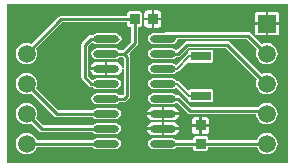
<source format=gbr>
G04 Layer_Physical_Order=1*
G04 Layer_Color=255*
%FSLAX26Y26*%
%MOIN*%
%TF.FileFunction,Copper,L1,Top,Signal*%
%TF.Part,Single*%
G01*
G75*
%TA.AperFunction,SMDPad,CuDef*%
%ADD10R,0.035433X0.037402*%
%ADD11O,0.086614X0.023622*%
%ADD12R,0.037402X0.035433*%
%ADD13R,0.070866X0.029528*%
%TA.AperFunction,Conductor*%
%ADD14C,0.010000*%
%ADD15C,0.008000*%
%TA.AperFunction,ComponentPad*%
%ADD16R,0.059055X0.059055*%
%ADD17C,0.059055*%
G36*
X938000Y0D02*
X0D01*
Y530000D01*
X938000D01*
Y0D01*
D02*
G37*
%LPC*%
G36*
X641063Y153424D02*
X626299D01*
X622397Y152648D01*
X619090Y150438D01*
X616879Y147130D01*
X616103Y143228D01*
Y129449D01*
X641063D01*
Y153424D01*
D02*
G37*
G36*
X663701D02*
X648937D01*
Y129449D01*
X673897D01*
Y143228D01*
X673121Y147130D01*
X670910Y150438D01*
X667603Y152648D01*
X663701Y153424D01*
D02*
G37*
G36*
X550984Y137238D02*
X523425D01*
Y118937D01*
X572439D01*
X571530Y123510D01*
X566709Y130725D01*
X559495Y135546D01*
X550984Y137238D01*
D02*
G37*
G36*
Y233064D02*
X487992D01*
X481079Y231689D01*
X475219Y227773D01*
X471303Y221913D01*
X469928Y215000D01*
X471303Y208087D01*
X475219Y202227D01*
X481079Y198311D01*
X487992Y196936D01*
X550984D01*
X557897Y198311D01*
X563757Y202227D01*
X568680Y200595D01*
X602137Y167138D01*
X602138Y167137D01*
X605745Y164727D01*
X610000Y163881D01*
X830409D01*
X831479Y155750D01*
X835049Y147131D01*
X840729Y139729D01*
X848131Y134049D01*
X856750Y130479D01*
X866000Y129261D01*
X875250Y130479D01*
X883869Y134049D01*
X891271Y139729D01*
X896951Y147131D01*
X900521Y155750D01*
X901739Y165000D01*
X900521Y174250D01*
X896951Y182869D01*
X891271Y190271D01*
X883869Y195951D01*
X875250Y199521D01*
X866000Y200739D01*
X856750Y199521D01*
X848131Y195951D01*
X840729Y190271D01*
X837543Y186119D01*
X614606D01*
X577862Y222863D01*
X574255Y225273D01*
X570000Y226119D01*
X570000Y226119D01*
X564862D01*
X563757Y227773D01*
X557897Y231689D01*
X550984Y233064D01*
D02*
G37*
G36*
X65000Y300739D02*
X55750Y299521D01*
X47131Y295951D01*
X39729Y290271D01*
X34049Y282869D01*
X30479Y274250D01*
X29261Y265000D01*
X30479Y255750D01*
X34049Y247131D01*
X39729Y239729D01*
X47131Y234049D01*
X55750Y230479D01*
X65000Y229261D01*
X74250Y230479D01*
X81000Y233275D01*
X157137Y157138D01*
X157137Y157137D01*
X160745Y154727D01*
X165000Y153881D01*
X165000Y153881D01*
X285138D01*
X286243Y152227D01*
X292103Y148311D01*
X299016Y146936D01*
X362008D01*
X368921Y148311D01*
X374781Y152227D01*
X378697Y158087D01*
X380072Y165000D01*
X378697Y171913D01*
X374781Y177773D01*
X368921Y181689D01*
X362008Y183064D01*
X299016D01*
X292103Y181689D01*
X286243Y177773D01*
X285138Y176119D01*
X169606D01*
X96725Y249000D01*
X99521Y255750D01*
X100739Y265000D01*
X99521Y274250D01*
X95951Y282869D01*
X90271Y290271D01*
X82869Y295951D01*
X74250Y299521D01*
X65000Y300739D01*
D02*
G37*
G36*
X515551Y187238D02*
X487992D01*
X479482Y185546D01*
X472267Y180725D01*
X467447Y173510D01*
X466537Y168937D01*
X515551D01*
Y187238D01*
D02*
G37*
G36*
Y161063D02*
X466537D01*
X467447Y156490D01*
X472267Y149275D01*
X479482Y144454D01*
X487992Y142762D01*
X515551D01*
Y161063D01*
D02*
G37*
G36*
X572439D02*
X523425D01*
Y142762D01*
X550984D01*
X559495Y144454D01*
X566709Y149275D01*
X571530Y156490D01*
X572439Y161063D01*
D02*
G37*
G36*
X515551Y111063D02*
X466537D01*
X467447Y106490D01*
X472267Y99275D01*
X479482Y94454D01*
X487992Y92762D01*
X515551D01*
Y111063D01*
D02*
G37*
G36*
X572439D02*
X523425D01*
Y92762D01*
X550984D01*
X559495Y94454D01*
X566709Y99275D01*
X571530Y106490D01*
X572439Y111063D01*
D02*
G37*
G36*
X65000Y100739D02*
X55750Y99521D01*
X47131Y95951D01*
X39729Y90271D01*
X34049Y82869D01*
X30479Y74250D01*
X29261Y65000D01*
X30479Y55750D01*
X34049Y47131D01*
X39729Y39729D01*
X47131Y34049D01*
X55750Y30479D01*
X65000Y29261D01*
X74250Y30479D01*
X82869Y34049D01*
X90271Y39729D01*
X95951Y47131D01*
X98747Y53881D01*
X285138D01*
X286243Y52227D01*
X292103Y48311D01*
X299016Y46936D01*
X362008D01*
X368921Y48311D01*
X374781Y52227D01*
X378697Y58087D01*
X380072Y65000D01*
X378697Y71913D01*
X374781Y77773D01*
X368921Y81689D01*
X362008Y83064D01*
X299016D01*
X292103Y81689D01*
X286243Y77773D01*
X285138Y76119D01*
X98747D01*
X95951Y82869D01*
X90271Y90271D01*
X82869Y95951D01*
X74250Y99521D01*
X65000Y100739D01*
D02*
G37*
G36*
X866000D02*
X856750Y99521D01*
X848131Y95951D01*
X840729Y90271D01*
X835049Y82869D01*
X832041Y75607D01*
X670093D01*
Y82205D01*
X668221Y86725D01*
X663701Y88597D01*
X626299D01*
X621779Y86725D01*
X619907Y82205D01*
Y76119D01*
X564862D01*
X563757Y77773D01*
X557897Y81689D01*
X550984Y83064D01*
X487992D01*
X481079Y81689D01*
X475219Y77773D01*
X471303Y71913D01*
X469928Y65000D01*
X471303Y58087D01*
X475219Y52227D01*
X481079Y48311D01*
X487992Y46936D01*
X550984D01*
X557897Y48311D01*
X563757Y52227D01*
X564862Y53881D01*
X619907D01*
Y46772D01*
X621779Y42252D01*
X626299Y40380D01*
X663701D01*
X668221Y42252D01*
X670093Y46772D01*
Y53369D01*
X832465D01*
X835049Y47131D01*
X840729Y39729D01*
X848131Y34049D01*
X856750Y30479D01*
X866000Y29261D01*
X875250Y30479D01*
X883869Y34049D01*
X891271Y39729D01*
X896951Y47131D01*
X900521Y55750D01*
X901739Y65000D01*
X900521Y74250D01*
X896951Y82869D01*
X891271Y90271D01*
X883869Y95951D01*
X875250Y99521D01*
X866000Y100739D01*
D02*
G37*
G36*
X673897Y121575D02*
X648937D01*
Y97599D01*
X663701D01*
X667603Y98376D01*
X670910Y100586D01*
X673121Y103894D01*
X673897Y107795D01*
Y121575D01*
D02*
G37*
G36*
X515551Y137238D02*
X487992D01*
X479482Y135546D01*
X472267Y130725D01*
X467447Y123510D01*
X466537Y118937D01*
X515551D01*
Y137238D01*
D02*
G37*
G36*
X65000Y200739D02*
X55750Y199521D01*
X47131Y195951D01*
X39729Y190271D01*
X34049Y182869D01*
X30479Y174250D01*
X29261Y165000D01*
X30479Y155750D01*
X34049Y147131D01*
X39729Y139729D01*
X47131Y134049D01*
X55750Y130479D01*
X65000Y129261D01*
X74250Y130479D01*
X81000Y133275D01*
X107137Y107138D01*
X107138Y107138D01*
X110745Y104727D01*
X115000Y103881D01*
X115001Y103881D01*
X285138D01*
X286243Y102227D01*
X292103Y98311D01*
X299016Y96936D01*
X362008D01*
X368921Y98311D01*
X374781Y102227D01*
X378697Y108087D01*
X380072Y115000D01*
X378697Y121913D01*
X374781Y127773D01*
X368921Y131689D01*
X362008Y133064D01*
X299016D01*
X292103Y131689D01*
X286243Y127773D01*
X285138Y126119D01*
X119606D01*
X96725Y149000D01*
X99521Y155750D01*
X100739Y165000D01*
X99521Y174250D01*
X95951Y182869D01*
X90271Y190271D01*
X82869Y195951D01*
X74250Y199521D01*
X65000Y200739D01*
D02*
G37*
G36*
X641063Y121575D02*
X616103D01*
Y107795D01*
X616879Y103894D01*
X619090Y100586D01*
X622397Y98376D01*
X626299Y97599D01*
X641063D01*
Y121575D01*
D02*
G37*
G36*
X513936Y476063D02*
X489961D01*
Y451103D01*
X503740D01*
X507642Y451879D01*
X510950Y454090D01*
X513160Y457397D01*
X513936Y461299D01*
Y476063D01*
D02*
G37*
G36*
X862063Y504723D02*
X836472D01*
X832571Y503947D01*
X829263Y501737D01*
X827053Y498429D01*
X826277Y494527D01*
Y468937D01*
X862063D01*
Y504723D01*
D02*
G37*
G36*
X362008Y433064D02*
X299016D01*
X292103Y431689D01*
X286243Y427773D01*
X285138Y426119D01*
X279183D01*
X279183Y426119D01*
X274928Y425273D01*
X271320Y422863D01*
X271320Y422862D01*
X251018Y402560D01*
X248608Y398953D01*
X247762Y394698D01*
X247762Y394697D01*
Y286845D01*
X247762Y286844D01*
X248608Y282589D01*
X251018Y278982D01*
X272862Y257138D01*
X272863Y257137D01*
X276470Y254727D01*
X280725Y253881D01*
X280726Y253881D01*
X285138D01*
X286243Y252227D01*
X292103Y248311D01*
X299016Y246936D01*
X362008D01*
X368921Y248311D01*
X374781Y252227D01*
X378697Y258087D01*
X380072Y265000D01*
X378697Y271913D01*
X374781Y277773D01*
X368921Y281689D01*
X362008Y283064D01*
X299016D01*
X292103Y281689D01*
X286243Y277773D01*
X283907Y277543D01*
X270000Y291450D01*
Y390092D01*
X280993Y401085D01*
X286243Y402227D01*
X292103Y398311D01*
X299016Y396936D01*
X362008D01*
X368921Y398311D01*
X374781Y402227D01*
X377810Y406760D01*
X378374Y407137D01*
X380785Y410745D01*
X381631Y415000D01*
X380785Y419255D01*
X378374Y422863D01*
X377810Y423240D01*
X374781Y427773D01*
X368921Y431689D01*
X362008Y433064D01*
D02*
G37*
G36*
X482087Y476063D02*
X458111D01*
Y461299D01*
X458887Y457397D01*
X461098Y454090D01*
X464405Y451879D01*
X468307Y451103D01*
X482087D01*
Y476063D01*
D02*
G37*
G36*
X503740Y508897D02*
X489961D01*
Y483937D01*
X513936D01*
Y498701D01*
X513160Y502603D01*
X510950Y505910D01*
X507642Y508121D01*
X503740Y508897D01*
D02*
G37*
G36*
X442716Y505093D02*
X407284D01*
X402764Y503221D01*
X400891Y498701D01*
Y491119D01*
X180000D01*
X180000Y491119D01*
X175745Y490273D01*
X172137Y487863D01*
X172137Y487862D01*
X81000Y396725D01*
X74250Y399521D01*
X65000Y400739D01*
X55750Y399521D01*
X47131Y395951D01*
X39729Y390271D01*
X34049Y382869D01*
X30479Y374250D01*
X29261Y365000D01*
X30479Y355750D01*
X34049Y347131D01*
X39729Y339729D01*
X47131Y334049D01*
X55750Y330479D01*
X65000Y329261D01*
X74250Y330479D01*
X82869Y334049D01*
X90271Y339729D01*
X95951Y347131D01*
X99521Y355750D01*
X100739Y365000D01*
X99521Y374250D01*
X96725Y381000D01*
X184606Y468881D01*
X400891D01*
Y461299D01*
X402764Y456779D01*
X407284Y454907D01*
X413881D01*
Y404606D01*
X385394Y376119D01*
X375886D01*
X374781Y377773D01*
X368921Y381689D01*
X362008Y383064D01*
X299016D01*
X292103Y381689D01*
X286243Y377773D01*
X282327Y371913D01*
X280952Y365000D01*
X282327Y358087D01*
X286243Y352227D01*
X292103Y348311D01*
X299016Y346936D01*
X362008D01*
X368921Y348311D01*
X374781Y352227D01*
X375886Y353881D01*
X385394D01*
X388881Y350394D01*
Y317330D01*
X383881Y316837D01*
X383664Y317925D01*
X382553Y323510D01*
X377733Y330725D01*
X370518Y335546D01*
X362008Y337238D01*
X334449D01*
Y315000D01*
Y292762D01*
X362008D01*
X370518Y294454D01*
X377733Y299275D01*
X382553Y306490D01*
X383664Y312075D01*
X383881Y313163D01*
X388881Y312670D01*
Y229606D01*
X385394Y226119D01*
X375886D01*
X374781Y227773D01*
X368921Y231689D01*
X362008Y233064D01*
X299016D01*
X292103Y231689D01*
X286243Y227773D01*
X282327Y221913D01*
X280952Y215000D01*
X282327Y208087D01*
X286243Y202227D01*
X292103Y198311D01*
X299016Y196936D01*
X362008D01*
X368921Y198311D01*
X374781Y202227D01*
X375886Y203881D01*
X390000D01*
X390000Y203881D01*
X394255Y204727D01*
X397863Y207137D01*
X407862Y217137D01*
X407863Y217137D01*
X410273Y220745D01*
X411119Y225000D01*
Y355000D01*
X410273Y359255D01*
X407863Y362862D01*
X408225Y367500D01*
X432862Y392137D01*
X432863Y392137D01*
X435273Y395745D01*
X436119Y400000D01*
X436119Y400000D01*
Y454907D01*
X442716D01*
X447236Y456779D01*
X449109Y461299D01*
Y498701D01*
X447236Y503221D01*
X442716Y505093D01*
D02*
G37*
G36*
X895528Y504723D02*
X869937D01*
Y468937D01*
X905723D01*
Y494527D01*
X904947Y498429D01*
X902737Y501737D01*
X899429Y503947D01*
X895528Y504723D01*
D02*
G37*
G36*
X482087Y508897D02*
X468307D01*
X464405Y508121D01*
X461098Y505910D01*
X458887Y502603D01*
X458111Y498701D01*
Y483937D01*
X482087D01*
Y508897D01*
D02*
G37*
G36*
X905723Y461063D02*
X869937D01*
Y425277D01*
X895528D01*
X899429Y426053D01*
X902737Y428263D01*
X904947Y431571D01*
X905723Y435473D01*
Y461063D01*
D02*
G37*
G36*
X734000Y406119D02*
X734000Y406119D01*
X600000D01*
X595745Y405273D01*
X592138Y402863D01*
X568680Y379405D01*
X563757Y377773D01*
X557897Y381689D01*
X550984Y383064D01*
X487992D01*
X481079Y381689D01*
X475219Y377773D01*
X471303Y371913D01*
X469928Y365000D01*
X471303Y358087D01*
X475219Y352227D01*
X481079Y348311D01*
X487992Y346936D01*
X550984D01*
X557897Y348311D01*
X563757Y352227D01*
X564862Y353881D01*
X570000D01*
X570000Y353881D01*
X574255Y354727D01*
X577862Y357137D01*
X604606Y383881D01*
X729394D01*
X833689Y279586D01*
X831479Y274250D01*
X830261Y265000D01*
X831479Y255750D01*
X835049Y247131D01*
X840729Y239729D01*
X848131Y234049D01*
X856750Y230479D01*
X866000Y229261D01*
X875250Y230479D01*
X883869Y234049D01*
X891271Y239729D01*
X896951Y247131D01*
X900521Y255750D01*
X901739Y265000D01*
X900521Y274250D01*
X896951Y282869D01*
X891271Y290271D01*
X883869Y295951D01*
X875250Y299521D01*
X866000Y300739D01*
X856750Y299521D01*
X848586Y296139D01*
X741862Y402863D01*
X738255Y405273D01*
X734000Y406119D01*
D02*
G37*
G36*
X326575Y311063D02*
X277560D01*
X278470Y306490D01*
X283291Y299275D01*
X290505Y294454D01*
X299016Y292762D01*
X326575D01*
Y311063D01*
D02*
G37*
G36*
X550984Y187238D02*
X523425D01*
Y168937D01*
X572439D01*
X571530Y173510D01*
X566709Y180725D01*
X559495Y185546D01*
X550984Y187238D01*
D02*
G37*
G36*
Y283064D02*
X487992D01*
X481079Y281689D01*
X475219Y277773D01*
X471303Y271913D01*
X469928Y265000D01*
X471303Y258087D01*
X475219Y252227D01*
X481079Y248311D01*
X487992Y246936D01*
X550984D01*
X557897Y248311D01*
X563597Y252120D01*
X598803Y216914D01*
X602080Y214724D01*
X603175Y214506D01*
Y209291D01*
X605047Y204771D01*
X609567Y202899D01*
X680433D01*
X684953Y204771D01*
X686825Y209291D01*
Y238819D01*
X684953Y243339D01*
X680433Y245211D01*
X609567D01*
X605047Y243339D01*
X601625Y242658D01*
X572141Y272142D01*
X568865Y274331D01*
X565627Y274975D01*
X563757Y277773D01*
X557897Y281689D01*
X550984Y283064D01*
D02*
G37*
G36*
X680433Y377101D02*
X609567D01*
X605047Y375229D01*
X603175Y370709D01*
Y365493D01*
X602080Y365276D01*
X598803Y363086D01*
X563597Y327880D01*
X557897Y331689D01*
X550984Y333064D01*
X487992D01*
X481079Y331689D01*
X475219Y327773D01*
X471303Y321913D01*
X469928Y315000D01*
X471303Y308087D01*
X475219Y302227D01*
X481079Y298311D01*
X487992Y296936D01*
X550984D01*
X557897Y298311D01*
X563757Y302227D01*
X565627Y305025D01*
X568865Y305669D01*
X572141Y307858D01*
X601625Y337342D01*
X605047Y336661D01*
X609567Y334789D01*
X680433D01*
X684953Y336661D01*
X686825Y341181D01*
Y370709D01*
X684953Y375229D01*
X680433Y377101D01*
D02*
G37*
G36*
X862063Y461063D02*
X826277D01*
Y435473D01*
X827053Y431571D01*
X829263Y428263D01*
X832571Y426053D01*
X836472Y425277D01*
X862063D01*
Y461063D01*
D02*
G37*
G36*
X326575Y337238D02*
X299016D01*
X290505Y335546D01*
X283291Y330725D01*
X278470Y323510D01*
X277561Y318937D01*
X326575D01*
Y337238D01*
D02*
G37*
G36*
X804000Y436119D02*
X804000Y436119D01*
X529488D01*
X525233Y435273D01*
X521927Y433064D01*
X487992D01*
X481079Y431689D01*
X475219Y427773D01*
X471303Y421913D01*
X469928Y415000D01*
X471303Y408087D01*
X475219Y402227D01*
X481079Y398311D01*
X487992Y396936D01*
X550984D01*
X557897Y398311D01*
X563757Y402227D01*
X567673Y408087D01*
X568825Y413881D01*
X799394D01*
X833689Y379586D01*
X831479Y374250D01*
X830261Y365000D01*
X831479Y355750D01*
X835049Y347131D01*
X840729Y339729D01*
X848131Y334049D01*
X856750Y330479D01*
X866000Y329261D01*
X875250Y330479D01*
X883869Y334049D01*
X891271Y339729D01*
X896951Y347131D01*
X900521Y355750D01*
X901739Y365000D01*
X900521Y374250D01*
X896951Y382869D01*
X891271Y390271D01*
X883869Y395951D01*
X875250Y399521D01*
X866000Y400739D01*
X856750Y399521D01*
X848586Y396139D01*
X811862Y432863D01*
X808255Y435273D01*
X804000Y436119D01*
D02*
G37*
%LPD*%
D10*
X425000Y480000D02*
D03*
X486024D02*
D03*
D11*
X519488Y65000D02*
D03*
Y115000D02*
D03*
Y165000D02*
D03*
Y215000D02*
D03*
Y265000D02*
D03*
Y315000D02*
D03*
Y365000D02*
D03*
Y415000D02*
D03*
X330512Y65000D02*
D03*
Y115000D02*
D03*
Y165000D02*
D03*
Y215000D02*
D03*
Y265000D02*
D03*
Y315000D02*
D03*
Y365000D02*
D03*
Y415000D02*
D03*
D12*
X645000Y64488D02*
D03*
Y125512D02*
D03*
D13*
Y224055D02*
D03*
Y355945D02*
D03*
D14*
X734000Y395000D02*
X864000Y265000D01*
X600000Y395000D02*
X734000D01*
X854000Y175000D02*
X864000Y165000D01*
X610000Y175000D02*
X854000D01*
X570000Y215000D02*
X610000Y175000D01*
X258881Y394698D02*
X279183Y415000D01*
X258881Y286844D02*
Y394698D01*
Y286844D02*
X280725Y265000D01*
X279183Y415000D02*
X330512D01*
X280725Y265000D02*
X330512D01*
X645000Y64488D02*
X864000D01*
X519488Y215000D02*
X570000D01*
Y365000D02*
X600000Y395000D01*
X519488Y365000D02*
X570000D01*
X425000Y400000D02*
Y480000D01*
X115000Y115000D02*
X330512D01*
X65000Y65000D02*
X330512D01*
X180000Y480000D02*
X425000D01*
X165000Y165000D02*
X330512D01*
Y415000D02*
X370512D01*
X65000Y365000D02*
X180000Y480000D01*
X390000Y365000D02*
X425000Y400000D01*
X390000Y215000D02*
X400000Y225000D01*
X330512Y215000D02*
X390000D01*
X629488Y65000D02*
X630000Y64488D01*
X519488Y65000D02*
X629488D01*
X630000Y64488D02*
X645000D01*
X65000Y265000D02*
X165000Y165000D01*
X65000D02*
X115000Y115000D01*
X330512Y365000D02*
X390000D01*
X400000Y355000D01*
Y225000D02*
Y355000D01*
X529488Y425000D02*
X804000D01*
X864000Y365000D01*
X519488Y415000D02*
X529488Y425000D01*
D15*
X519488Y315000D02*
X565000D01*
X605945Y355945D01*
X645000D01*
X519488Y265000D02*
X565000D01*
X605945Y224055D01*
X645000D01*
D16*
X866000Y465000D02*
D03*
D17*
Y365000D02*
D03*
Y265000D02*
D03*
Y165000D02*
D03*
Y65000D02*
D03*
X65000Y365000D02*
D03*
Y265000D02*
D03*
Y165000D02*
D03*
Y65000D02*
D03*
%TF.MD5,f433fd76f0c6acf1313d9194e3d6a98c*%
M02*

</source>
